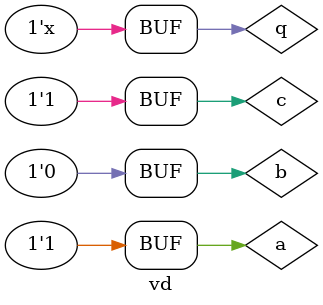
<source format=v>
module vd;  
  reg  a, b, c, q;  
  
  initial begin  
    $monitor("[%0t] a=%0b b=%0b c=%0b q=%0b", $time, a, b, c, q);  
  
    // Now initialize all signals to 0 at time 0   
    a <= 0;  
    b <= 0;  
    c <= 0;  
    q <= 0;  
  
    // Inter-assignment delay. Wait for #5 time units  
    // and then assign a and c to 1. Note that 'a' and 'c'  
    // gets updated at the end of current timestep  
    #5  a <= 1;  
        c <= 1;  
  
    // Inter-assignment delay. Wait for #5 time units  
  // and then assign 'q' with whatever value RHS gets  
    // evaluated to  
    #5 q <= a & b | c;  
    #20;  
  end  
endmodule
</source>
